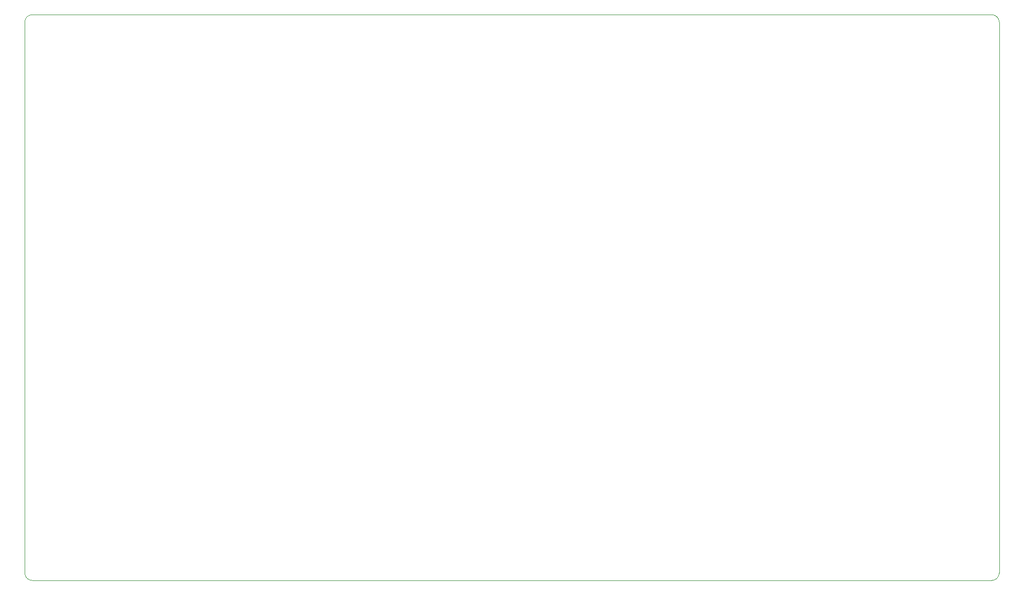
<source format=gbr>
%TF.GenerationSoftware,KiCad,Pcbnew,7.0.5*%
%TF.CreationDate,2024-09-25T00:15:13+08:00*%
%TF.ProjectId,TPS,5450532e-6b69-4636-9164-5f7063625858,rev?*%
%TF.SameCoordinates,Original*%
%TF.FileFunction,Profile,NP*%
%FSLAX46Y46*%
G04 Gerber Fmt 4.6, Leading zero omitted, Abs format (unit mm)*
G04 Created by KiCad (PCBNEW 7.0.5) date 2024-09-25 00:15:13*
%MOMM*%
%LPD*%
G01*
G04 APERTURE LIST*
%TA.AperFunction,Profile*%
%ADD10C,0.120000*%
%TD*%
G04 APERTURE END LIST*
D10*
X201155000Y-29000000D02*
X39731000Y-29000000D01*
X38461000Y-122980000D02*
G75*
G03*
X39731000Y-124250000I1270000J0D01*
G01*
X39731000Y-29000000D02*
G75*
G03*
X38461000Y-30270000I0J-1270000D01*
G01*
X202425000Y-122980000D02*
X202425000Y-30270000D01*
X201155000Y-124250000D02*
X39731000Y-124250000D01*
X38461000Y-30270000D02*
X38461000Y-122980000D01*
X201155000Y-124250000D02*
G75*
G03*
X202425000Y-122980000I0J1270000D01*
G01*
X202425000Y-30270000D02*
G75*
G03*
X201155000Y-29000000I-1270000J0D01*
G01*
M02*

</source>
